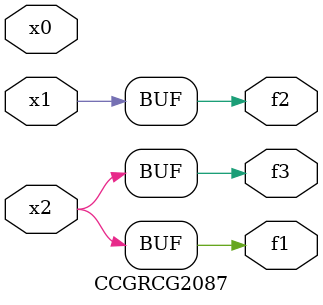
<source format=v>
module CCGRCG2087(
	input x0, x1, x2,
	output f1, f2, f3
);
	assign f1 = x2;
	assign f2 = x1;
	assign f3 = x2;
endmodule

</source>
